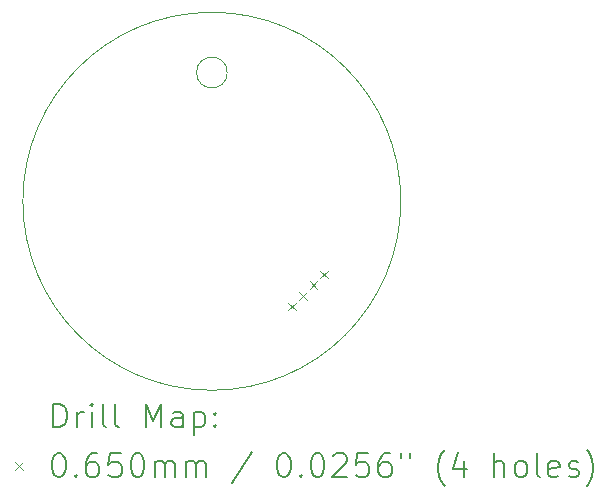
<source format=gbr>
%TF.GenerationSoftware,KiCad,Pcbnew,7.0.7*%
%TF.CreationDate,2024-03-31T22:15:52-04:00*%
%TF.ProjectId,battery_leds,62617474-6572-4795-9f6c-6564732e6b69,rev?*%
%TF.SameCoordinates,Original*%
%TF.FileFunction,Drillmap*%
%TF.FilePolarity,Positive*%
%FSLAX45Y45*%
G04 Gerber Fmt 4.5, Leading zero omitted, Abs format (unit mm)*
G04 Created by KiCad (PCBNEW 7.0.7) date 2024-03-31 22:15:52*
%MOMM*%
%LPD*%
G01*
G04 APERTURE LIST*
%ADD10C,0.050000*%
%ADD11C,0.200000*%
%ADD12C,0.065000*%
G04 APERTURE END LIST*
D10*
X21430000Y-8230000D02*
G75*
G03*
X21430000Y-8230000I-130000J0D01*
G01*
X22900000Y-9320000D02*
G75*
G03*
X22900000Y-9320000I-1600000J0D01*
G01*
D11*
D12*
X21947895Y-10177105D02*
X22012895Y-10242105D01*
X22012895Y-10177105D02*
X21947895Y-10242105D01*
X22037698Y-10087303D02*
X22102698Y-10152303D01*
X22102698Y-10087303D02*
X22037698Y-10152303D01*
X22127500Y-9997500D02*
X22192500Y-10062500D01*
X22192500Y-9997500D02*
X22127500Y-10062500D01*
X22217303Y-9907697D02*
X22282303Y-9972697D01*
X22282303Y-9907697D02*
X22217303Y-9972697D01*
D11*
X19958277Y-11233984D02*
X19958277Y-11033984D01*
X19958277Y-11033984D02*
X20005896Y-11033984D01*
X20005896Y-11033984D02*
X20034467Y-11043508D01*
X20034467Y-11043508D02*
X20053515Y-11062555D01*
X20053515Y-11062555D02*
X20063039Y-11081603D01*
X20063039Y-11081603D02*
X20072563Y-11119698D01*
X20072563Y-11119698D02*
X20072563Y-11148270D01*
X20072563Y-11148270D02*
X20063039Y-11186365D01*
X20063039Y-11186365D02*
X20053515Y-11205412D01*
X20053515Y-11205412D02*
X20034467Y-11224460D01*
X20034467Y-11224460D02*
X20005896Y-11233984D01*
X20005896Y-11233984D02*
X19958277Y-11233984D01*
X20158277Y-11233984D02*
X20158277Y-11100650D01*
X20158277Y-11138746D02*
X20167801Y-11119698D01*
X20167801Y-11119698D02*
X20177324Y-11110174D01*
X20177324Y-11110174D02*
X20196372Y-11100650D01*
X20196372Y-11100650D02*
X20215420Y-11100650D01*
X20282086Y-11233984D02*
X20282086Y-11100650D01*
X20282086Y-11033984D02*
X20272563Y-11043508D01*
X20272563Y-11043508D02*
X20282086Y-11053031D01*
X20282086Y-11053031D02*
X20291610Y-11043508D01*
X20291610Y-11043508D02*
X20282086Y-11033984D01*
X20282086Y-11033984D02*
X20282086Y-11053031D01*
X20405896Y-11233984D02*
X20386848Y-11224460D01*
X20386848Y-11224460D02*
X20377324Y-11205412D01*
X20377324Y-11205412D02*
X20377324Y-11033984D01*
X20510658Y-11233984D02*
X20491610Y-11224460D01*
X20491610Y-11224460D02*
X20482086Y-11205412D01*
X20482086Y-11205412D02*
X20482086Y-11033984D01*
X20739229Y-11233984D02*
X20739229Y-11033984D01*
X20739229Y-11033984D02*
X20805896Y-11176841D01*
X20805896Y-11176841D02*
X20872563Y-11033984D01*
X20872563Y-11033984D02*
X20872563Y-11233984D01*
X21053515Y-11233984D02*
X21053515Y-11129222D01*
X21053515Y-11129222D02*
X21043991Y-11110174D01*
X21043991Y-11110174D02*
X21024944Y-11100650D01*
X21024944Y-11100650D02*
X20986848Y-11100650D01*
X20986848Y-11100650D02*
X20967801Y-11110174D01*
X21053515Y-11224460D02*
X21034467Y-11233984D01*
X21034467Y-11233984D02*
X20986848Y-11233984D01*
X20986848Y-11233984D02*
X20967801Y-11224460D01*
X20967801Y-11224460D02*
X20958277Y-11205412D01*
X20958277Y-11205412D02*
X20958277Y-11186365D01*
X20958277Y-11186365D02*
X20967801Y-11167317D01*
X20967801Y-11167317D02*
X20986848Y-11157793D01*
X20986848Y-11157793D02*
X21034467Y-11157793D01*
X21034467Y-11157793D02*
X21053515Y-11148270D01*
X21148753Y-11100650D02*
X21148753Y-11300650D01*
X21148753Y-11110174D02*
X21167801Y-11100650D01*
X21167801Y-11100650D02*
X21205896Y-11100650D01*
X21205896Y-11100650D02*
X21224944Y-11110174D01*
X21224944Y-11110174D02*
X21234467Y-11119698D01*
X21234467Y-11119698D02*
X21243991Y-11138746D01*
X21243991Y-11138746D02*
X21243991Y-11195888D01*
X21243991Y-11195888D02*
X21234467Y-11214936D01*
X21234467Y-11214936D02*
X21224944Y-11224460D01*
X21224944Y-11224460D02*
X21205896Y-11233984D01*
X21205896Y-11233984D02*
X21167801Y-11233984D01*
X21167801Y-11233984D02*
X21148753Y-11224460D01*
X21329705Y-11214936D02*
X21339229Y-11224460D01*
X21339229Y-11224460D02*
X21329705Y-11233984D01*
X21329705Y-11233984D02*
X21320182Y-11224460D01*
X21320182Y-11224460D02*
X21329705Y-11214936D01*
X21329705Y-11214936D02*
X21329705Y-11233984D01*
X21329705Y-11110174D02*
X21339229Y-11119698D01*
X21339229Y-11119698D02*
X21329705Y-11129222D01*
X21329705Y-11129222D02*
X21320182Y-11119698D01*
X21320182Y-11119698D02*
X21329705Y-11110174D01*
X21329705Y-11110174D02*
X21329705Y-11129222D01*
D12*
X19632500Y-11530000D02*
X19697500Y-11595000D01*
X19697500Y-11530000D02*
X19632500Y-11595000D01*
D11*
X19996372Y-11453984D02*
X20015420Y-11453984D01*
X20015420Y-11453984D02*
X20034467Y-11463508D01*
X20034467Y-11463508D02*
X20043991Y-11473031D01*
X20043991Y-11473031D02*
X20053515Y-11492079D01*
X20053515Y-11492079D02*
X20063039Y-11530174D01*
X20063039Y-11530174D02*
X20063039Y-11577793D01*
X20063039Y-11577793D02*
X20053515Y-11615888D01*
X20053515Y-11615888D02*
X20043991Y-11634936D01*
X20043991Y-11634936D02*
X20034467Y-11644460D01*
X20034467Y-11644460D02*
X20015420Y-11653984D01*
X20015420Y-11653984D02*
X19996372Y-11653984D01*
X19996372Y-11653984D02*
X19977324Y-11644460D01*
X19977324Y-11644460D02*
X19967801Y-11634936D01*
X19967801Y-11634936D02*
X19958277Y-11615888D01*
X19958277Y-11615888D02*
X19948753Y-11577793D01*
X19948753Y-11577793D02*
X19948753Y-11530174D01*
X19948753Y-11530174D02*
X19958277Y-11492079D01*
X19958277Y-11492079D02*
X19967801Y-11473031D01*
X19967801Y-11473031D02*
X19977324Y-11463508D01*
X19977324Y-11463508D02*
X19996372Y-11453984D01*
X20148753Y-11634936D02*
X20158277Y-11644460D01*
X20158277Y-11644460D02*
X20148753Y-11653984D01*
X20148753Y-11653984D02*
X20139229Y-11644460D01*
X20139229Y-11644460D02*
X20148753Y-11634936D01*
X20148753Y-11634936D02*
X20148753Y-11653984D01*
X20329705Y-11453984D02*
X20291610Y-11453984D01*
X20291610Y-11453984D02*
X20272563Y-11463508D01*
X20272563Y-11463508D02*
X20263039Y-11473031D01*
X20263039Y-11473031D02*
X20243991Y-11501603D01*
X20243991Y-11501603D02*
X20234467Y-11539698D01*
X20234467Y-11539698D02*
X20234467Y-11615888D01*
X20234467Y-11615888D02*
X20243991Y-11634936D01*
X20243991Y-11634936D02*
X20253515Y-11644460D01*
X20253515Y-11644460D02*
X20272563Y-11653984D01*
X20272563Y-11653984D02*
X20310658Y-11653984D01*
X20310658Y-11653984D02*
X20329705Y-11644460D01*
X20329705Y-11644460D02*
X20339229Y-11634936D01*
X20339229Y-11634936D02*
X20348753Y-11615888D01*
X20348753Y-11615888D02*
X20348753Y-11568269D01*
X20348753Y-11568269D02*
X20339229Y-11549222D01*
X20339229Y-11549222D02*
X20329705Y-11539698D01*
X20329705Y-11539698D02*
X20310658Y-11530174D01*
X20310658Y-11530174D02*
X20272563Y-11530174D01*
X20272563Y-11530174D02*
X20253515Y-11539698D01*
X20253515Y-11539698D02*
X20243991Y-11549222D01*
X20243991Y-11549222D02*
X20234467Y-11568269D01*
X20529705Y-11453984D02*
X20434467Y-11453984D01*
X20434467Y-11453984D02*
X20424944Y-11549222D01*
X20424944Y-11549222D02*
X20434467Y-11539698D01*
X20434467Y-11539698D02*
X20453515Y-11530174D01*
X20453515Y-11530174D02*
X20501134Y-11530174D01*
X20501134Y-11530174D02*
X20520182Y-11539698D01*
X20520182Y-11539698D02*
X20529705Y-11549222D01*
X20529705Y-11549222D02*
X20539229Y-11568269D01*
X20539229Y-11568269D02*
X20539229Y-11615888D01*
X20539229Y-11615888D02*
X20529705Y-11634936D01*
X20529705Y-11634936D02*
X20520182Y-11644460D01*
X20520182Y-11644460D02*
X20501134Y-11653984D01*
X20501134Y-11653984D02*
X20453515Y-11653984D01*
X20453515Y-11653984D02*
X20434467Y-11644460D01*
X20434467Y-11644460D02*
X20424944Y-11634936D01*
X20663039Y-11453984D02*
X20682086Y-11453984D01*
X20682086Y-11453984D02*
X20701134Y-11463508D01*
X20701134Y-11463508D02*
X20710658Y-11473031D01*
X20710658Y-11473031D02*
X20720182Y-11492079D01*
X20720182Y-11492079D02*
X20729705Y-11530174D01*
X20729705Y-11530174D02*
X20729705Y-11577793D01*
X20729705Y-11577793D02*
X20720182Y-11615888D01*
X20720182Y-11615888D02*
X20710658Y-11634936D01*
X20710658Y-11634936D02*
X20701134Y-11644460D01*
X20701134Y-11644460D02*
X20682086Y-11653984D01*
X20682086Y-11653984D02*
X20663039Y-11653984D01*
X20663039Y-11653984D02*
X20643991Y-11644460D01*
X20643991Y-11644460D02*
X20634467Y-11634936D01*
X20634467Y-11634936D02*
X20624944Y-11615888D01*
X20624944Y-11615888D02*
X20615420Y-11577793D01*
X20615420Y-11577793D02*
X20615420Y-11530174D01*
X20615420Y-11530174D02*
X20624944Y-11492079D01*
X20624944Y-11492079D02*
X20634467Y-11473031D01*
X20634467Y-11473031D02*
X20643991Y-11463508D01*
X20643991Y-11463508D02*
X20663039Y-11453984D01*
X20815420Y-11653984D02*
X20815420Y-11520650D01*
X20815420Y-11539698D02*
X20824944Y-11530174D01*
X20824944Y-11530174D02*
X20843991Y-11520650D01*
X20843991Y-11520650D02*
X20872563Y-11520650D01*
X20872563Y-11520650D02*
X20891610Y-11530174D01*
X20891610Y-11530174D02*
X20901134Y-11549222D01*
X20901134Y-11549222D02*
X20901134Y-11653984D01*
X20901134Y-11549222D02*
X20910658Y-11530174D01*
X20910658Y-11530174D02*
X20929705Y-11520650D01*
X20929705Y-11520650D02*
X20958277Y-11520650D01*
X20958277Y-11520650D02*
X20977325Y-11530174D01*
X20977325Y-11530174D02*
X20986848Y-11549222D01*
X20986848Y-11549222D02*
X20986848Y-11653984D01*
X21082086Y-11653984D02*
X21082086Y-11520650D01*
X21082086Y-11539698D02*
X21091610Y-11530174D01*
X21091610Y-11530174D02*
X21110658Y-11520650D01*
X21110658Y-11520650D02*
X21139229Y-11520650D01*
X21139229Y-11520650D02*
X21158277Y-11530174D01*
X21158277Y-11530174D02*
X21167801Y-11549222D01*
X21167801Y-11549222D02*
X21167801Y-11653984D01*
X21167801Y-11549222D02*
X21177325Y-11530174D01*
X21177325Y-11530174D02*
X21196372Y-11520650D01*
X21196372Y-11520650D02*
X21224944Y-11520650D01*
X21224944Y-11520650D02*
X21243991Y-11530174D01*
X21243991Y-11530174D02*
X21253515Y-11549222D01*
X21253515Y-11549222D02*
X21253515Y-11653984D01*
X21643991Y-11444460D02*
X21472563Y-11701603D01*
X21901134Y-11453984D02*
X21920182Y-11453984D01*
X21920182Y-11453984D02*
X21939229Y-11463508D01*
X21939229Y-11463508D02*
X21948753Y-11473031D01*
X21948753Y-11473031D02*
X21958277Y-11492079D01*
X21958277Y-11492079D02*
X21967801Y-11530174D01*
X21967801Y-11530174D02*
X21967801Y-11577793D01*
X21967801Y-11577793D02*
X21958277Y-11615888D01*
X21958277Y-11615888D02*
X21948753Y-11634936D01*
X21948753Y-11634936D02*
X21939229Y-11644460D01*
X21939229Y-11644460D02*
X21920182Y-11653984D01*
X21920182Y-11653984D02*
X21901134Y-11653984D01*
X21901134Y-11653984D02*
X21882087Y-11644460D01*
X21882087Y-11644460D02*
X21872563Y-11634936D01*
X21872563Y-11634936D02*
X21863039Y-11615888D01*
X21863039Y-11615888D02*
X21853515Y-11577793D01*
X21853515Y-11577793D02*
X21853515Y-11530174D01*
X21853515Y-11530174D02*
X21863039Y-11492079D01*
X21863039Y-11492079D02*
X21872563Y-11473031D01*
X21872563Y-11473031D02*
X21882087Y-11463508D01*
X21882087Y-11463508D02*
X21901134Y-11453984D01*
X22053515Y-11634936D02*
X22063039Y-11644460D01*
X22063039Y-11644460D02*
X22053515Y-11653984D01*
X22053515Y-11653984D02*
X22043991Y-11644460D01*
X22043991Y-11644460D02*
X22053515Y-11634936D01*
X22053515Y-11634936D02*
X22053515Y-11653984D01*
X22186848Y-11453984D02*
X22205896Y-11453984D01*
X22205896Y-11453984D02*
X22224944Y-11463508D01*
X22224944Y-11463508D02*
X22234468Y-11473031D01*
X22234468Y-11473031D02*
X22243991Y-11492079D01*
X22243991Y-11492079D02*
X22253515Y-11530174D01*
X22253515Y-11530174D02*
X22253515Y-11577793D01*
X22253515Y-11577793D02*
X22243991Y-11615888D01*
X22243991Y-11615888D02*
X22234468Y-11634936D01*
X22234468Y-11634936D02*
X22224944Y-11644460D01*
X22224944Y-11644460D02*
X22205896Y-11653984D01*
X22205896Y-11653984D02*
X22186848Y-11653984D01*
X22186848Y-11653984D02*
X22167801Y-11644460D01*
X22167801Y-11644460D02*
X22158277Y-11634936D01*
X22158277Y-11634936D02*
X22148753Y-11615888D01*
X22148753Y-11615888D02*
X22139229Y-11577793D01*
X22139229Y-11577793D02*
X22139229Y-11530174D01*
X22139229Y-11530174D02*
X22148753Y-11492079D01*
X22148753Y-11492079D02*
X22158277Y-11473031D01*
X22158277Y-11473031D02*
X22167801Y-11463508D01*
X22167801Y-11463508D02*
X22186848Y-11453984D01*
X22329706Y-11473031D02*
X22339229Y-11463508D01*
X22339229Y-11463508D02*
X22358277Y-11453984D01*
X22358277Y-11453984D02*
X22405896Y-11453984D01*
X22405896Y-11453984D02*
X22424944Y-11463508D01*
X22424944Y-11463508D02*
X22434467Y-11473031D01*
X22434467Y-11473031D02*
X22443991Y-11492079D01*
X22443991Y-11492079D02*
X22443991Y-11511127D01*
X22443991Y-11511127D02*
X22434467Y-11539698D01*
X22434467Y-11539698D02*
X22320182Y-11653984D01*
X22320182Y-11653984D02*
X22443991Y-11653984D01*
X22624944Y-11453984D02*
X22529706Y-11453984D01*
X22529706Y-11453984D02*
X22520182Y-11549222D01*
X22520182Y-11549222D02*
X22529706Y-11539698D01*
X22529706Y-11539698D02*
X22548753Y-11530174D01*
X22548753Y-11530174D02*
X22596372Y-11530174D01*
X22596372Y-11530174D02*
X22615420Y-11539698D01*
X22615420Y-11539698D02*
X22624944Y-11549222D01*
X22624944Y-11549222D02*
X22634467Y-11568269D01*
X22634467Y-11568269D02*
X22634467Y-11615888D01*
X22634467Y-11615888D02*
X22624944Y-11634936D01*
X22624944Y-11634936D02*
X22615420Y-11644460D01*
X22615420Y-11644460D02*
X22596372Y-11653984D01*
X22596372Y-11653984D02*
X22548753Y-11653984D01*
X22548753Y-11653984D02*
X22529706Y-11644460D01*
X22529706Y-11644460D02*
X22520182Y-11634936D01*
X22805896Y-11453984D02*
X22767801Y-11453984D01*
X22767801Y-11453984D02*
X22748753Y-11463508D01*
X22748753Y-11463508D02*
X22739229Y-11473031D01*
X22739229Y-11473031D02*
X22720182Y-11501603D01*
X22720182Y-11501603D02*
X22710658Y-11539698D01*
X22710658Y-11539698D02*
X22710658Y-11615888D01*
X22710658Y-11615888D02*
X22720182Y-11634936D01*
X22720182Y-11634936D02*
X22729706Y-11644460D01*
X22729706Y-11644460D02*
X22748753Y-11653984D01*
X22748753Y-11653984D02*
X22786848Y-11653984D01*
X22786848Y-11653984D02*
X22805896Y-11644460D01*
X22805896Y-11644460D02*
X22815420Y-11634936D01*
X22815420Y-11634936D02*
X22824944Y-11615888D01*
X22824944Y-11615888D02*
X22824944Y-11568269D01*
X22824944Y-11568269D02*
X22815420Y-11549222D01*
X22815420Y-11549222D02*
X22805896Y-11539698D01*
X22805896Y-11539698D02*
X22786848Y-11530174D01*
X22786848Y-11530174D02*
X22748753Y-11530174D01*
X22748753Y-11530174D02*
X22729706Y-11539698D01*
X22729706Y-11539698D02*
X22720182Y-11549222D01*
X22720182Y-11549222D02*
X22710658Y-11568269D01*
X22901134Y-11453984D02*
X22901134Y-11492079D01*
X22977325Y-11453984D02*
X22977325Y-11492079D01*
X23272563Y-11730174D02*
X23263039Y-11720650D01*
X23263039Y-11720650D02*
X23243991Y-11692079D01*
X23243991Y-11692079D02*
X23234468Y-11673031D01*
X23234468Y-11673031D02*
X23224944Y-11644460D01*
X23224944Y-11644460D02*
X23215420Y-11596841D01*
X23215420Y-11596841D02*
X23215420Y-11558746D01*
X23215420Y-11558746D02*
X23224944Y-11511127D01*
X23224944Y-11511127D02*
X23234468Y-11482555D01*
X23234468Y-11482555D02*
X23243991Y-11463508D01*
X23243991Y-11463508D02*
X23263039Y-11434936D01*
X23263039Y-11434936D02*
X23272563Y-11425412D01*
X23434468Y-11520650D02*
X23434468Y-11653984D01*
X23386848Y-11444460D02*
X23339229Y-11587317D01*
X23339229Y-11587317D02*
X23463039Y-11587317D01*
X23691610Y-11653984D02*
X23691610Y-11453984D01*
X23777325Y-11653984D02*
X23777325Y-11549222D01*
X23777325Y-11549222D02*
X23767801Y-11530174D01*
X23767801Y-11530174D02*
X23748753Y-11520650D01*
X23748753Y-11520650D02*
X23720182Y-11520650D01*
X23720182Y-11520650D02*
X23701134Y-11530174D01*
X23701134Y-11530174D02*
X23691610Y-11539698D01*
X23901134Y-11653984D02*
X23882087Y-11644460D01*
X23882087Y-11644460D02*
X23872563Y-11634936D01*
X23872563Y-11634936D02*
X23863039Y-11615888D01*
X23863039Y-11615888D02*
X23863039Y-11558746D01*
X23863039Y-11558746D02*
X23872563Y-11539698D01*
X23872563Y-11539698D02*
X23882087Y-11530174D01*
X23882087Y-11530174D02*
X23901134Y-11520650D01*
X23901134Y-11520650D02*
X23929706Y-11520650D01*
X23929706Y-11520650D02*
X23948753Y-11530174D01*
X23948753Y-11530174D02*
X23958277Y-11539698D01*
X23958277Y-11539698D02*
X23967801Y-11558746D01*
X23967801Y-11558746D02*
X23967801Y-11615888D01*
X23967801Y-11615888D02*
X23958277Y-11634936D01*
X23958277Y-11634936D02*
X23948753Y-11644460D01*
X23948753Y-11644460D02*
X23929706Y-11653984D01*
X23929706Y-11653984D02*
X23901134Y-11653984D01*
X24082087Y-11653984D02*
X24063039Y-11644460D01*
X24063039Y-11644460D02*
X24053515Y-11625412D01*
X24053515Y-11625412D02*
X24053515Y-11453984D01*
X24234468Y-11644460D02*
X24215420Y-11653984D01*
X24215420Y-11653984D02*
X24177325Y-11653984D01*
X24177325Y-11653984D02*
X24158277Y-11644460D01*
X24158277Y-11644460D02*
X24148753Y-11625412D01*
X24148753Y-11625412D02*
X24148753Y-11549222D01*
X24148753Y-11549222D02*
X24158277Y-11530174D01*
X24158277Y-11530174D02*
X24177325Y-11520650D01*
X24177325Y-11520650D02*
X24215420Y-11520650D01*
X24215420Y-11520650D02*
X24234468Y-11530174D01*
X24234468Y-11530174D02*
X24243991Y-11549222D01*
X24243991Y-11549222D02*
X24243991Y-11568269D01*
X24243991Y-11568269D02*
X24148753Y-11587317D01*
X24320182Y-11644460D02*
X24339230Y-11653984D01*
X24339230Y-11653984D02*
X24377325Y-11653984D01*
X24377325Y-11653984D02*
X24396372Y-11644460D01*
X24396372Y-11644460D02*
X24405896Y-11625412D01*
X24405896Y-11625412D02*
X24405896Y-11615888D01*
X24405896Y-11615888D02*
X24396372Y-11596841D01*
X24396372Y-11596841D02*
X24377325Y-11587317D01*
X24377325Y-11587317D02*
X24348753Y-11587317D01*
X24348753Y-11587317D02*
X24329706Y-11577793D01*
X24329706Y-11577793D02*
X24320182Y-11558746D01*
X24320182Y-11558746D02*
X24320182Y-11549222D01*
X24320182Y-11549222D02*
X24329706Y-11530174D01*
X24329706Y-11530174D02*
X24348753Y-11520650D01*
X24348753Y-11520650D02*
X24377325Y-11520650D01*
X24377325Y-11520650D02*
X24396372Y-11530174D01*
X24472563Y-11730174D02*
X24482087Y-11720650D01*
X24482087Y-11720650D02*
X24501134Y-11692079D01*
X24501134Y-11692079D02*
X24510658Y-11673031D01*
X24510658Y-11673031D02*
X24520182Y-11644460D01*
X24520182Y-11644460D02*
X24529706Y-11596841D01*
X24529706Y-11596841D02*
X24529706Y-11558746D01*
X24529706Y-11558746D02*
X24520182Y-11511127D01*
X24520182Y-11511127D02*
X24510658Y-11482555D01*
X24510658Y-11482555D02*
X24501134Y-11463508D01*
X24501134Y-11463508D02*
X24482087Y-11434936D01*
X24482087Y-11434936D02*
X24472563Y-11425412D01*
M02*

</source>
